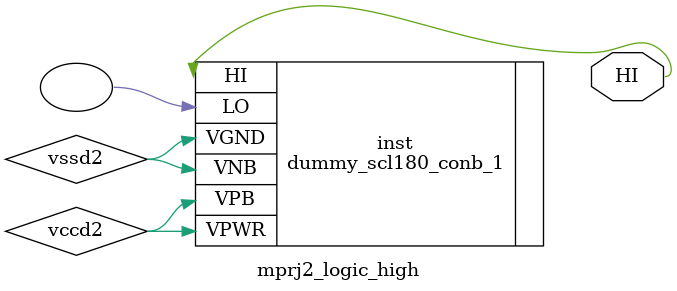
<source format=v>

module mprj2_logic_high (
/*`ifdef USE_POWER_PINS
    inout	   vccd2,
    inout	   vssd2,
`endif */
    output         HI
);
dummy_scl180_conb_1 inst (
`ifndef USE_POWER_PINS
                .VPWR(vccd2),
                .VGND(vssd2),
                .VPB(vccd2),
                .VNB(vssd2),
`endif
                .HI(HI),
                .LO()
        );
endmodule

</source>
